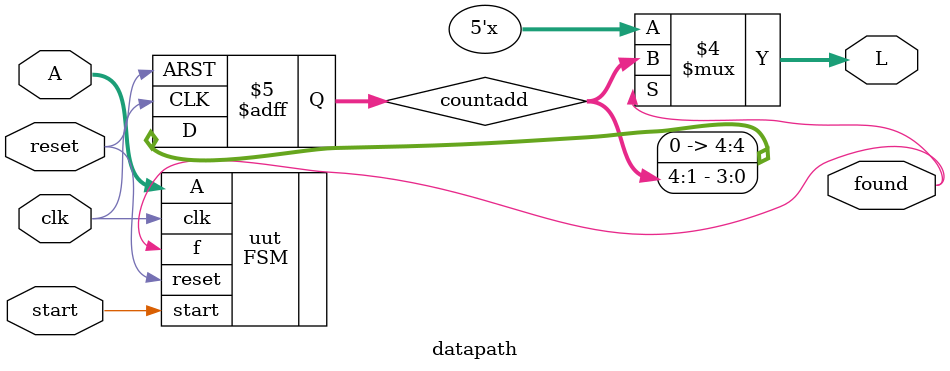
<source format=v>
module datapath(A, start, reset, found, clk, L);
	input clk, reset, start;
	input [7:0] A;
	output found;
	output wire [4:0] L;
	
	reg [4:0] countadd;
	
	FSM uut(.A(A), .start(start), .reset(reset), .f(found), .clk(clk));
	always @ (posedge clk or posedge reset) begin
		if(reset) countadd <= 31;
		else countadd <= countadd >>1 ;
	end
	
	assign L = found == 1? countadd : 5'bxxxxx;
	
	
	
	
endmodule 
</source>
